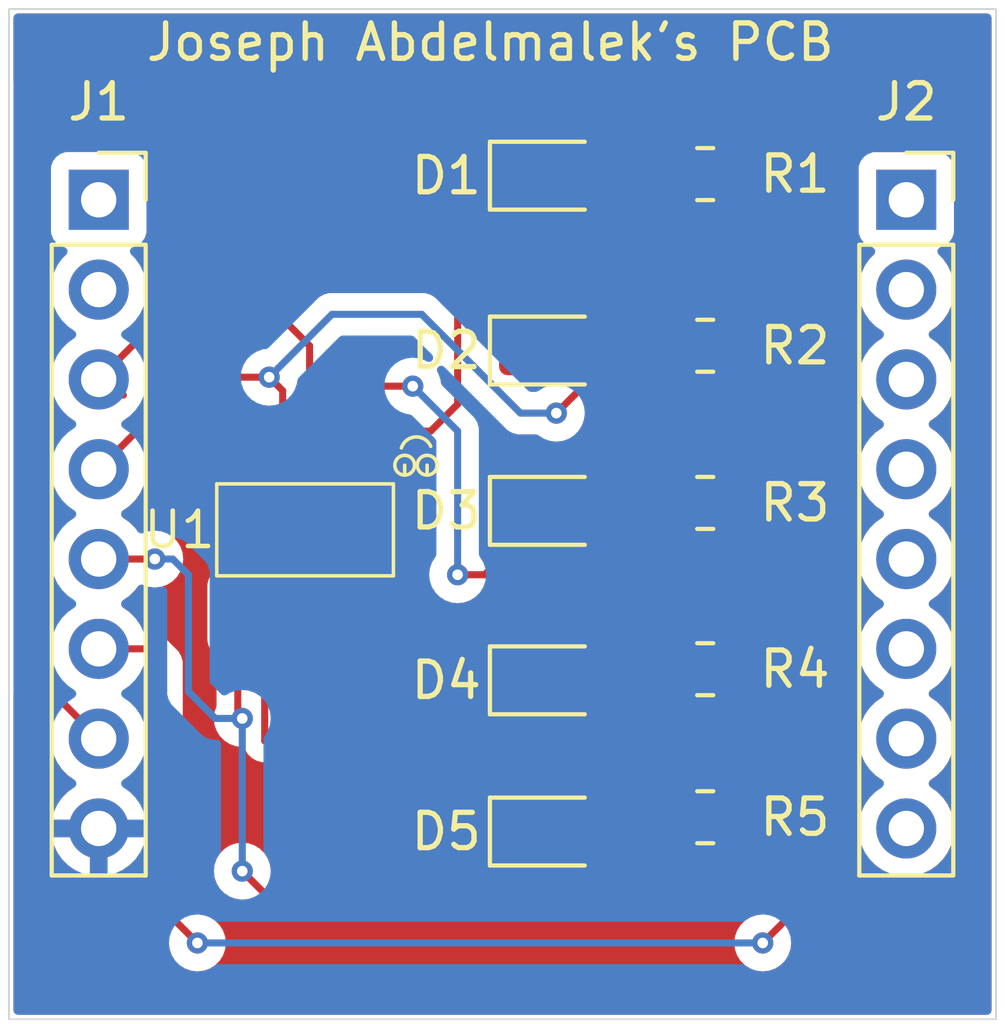
<source format=kicad_pcb>
(kicad_pcb (version 20240108) (generator "pcbnew") (generator_version "8.0")
  (title_block (title "CustomPCB_TempSensor") (rev "v01") (company "Harvey Mudd College") (comment 3 "License: CC BY 8.0") (comment 4 "Author: Joseph Abdelmalek"))
  (layers (0 "F.Cu" signal) (31 "B.Cu" signal) (34 "B.Paste" user) (35 "F.Paste" user) (36 "B.SilkS" user "B.Silkscreen") (37 "F.SilkS" user "F.Silkscreen") (38 "B.Mask" user) (39 "F.Mask" user) (44 "Edge.Cuts" user))
  (net 0 "")
  (net 1 "Net-(D1-K)")
  (net 2 "/+3.3V")
  (net 3 "/SCK")
  (net 4 "Net-(D2-K)")
  (net 5 "Net-(D3-K)")
  (net 6 "/CS")
  (net 7 "Net-(D4-K)")
  (net 8 "/COPI")
  (net 9 "Net-(D5-K)")
  (net 10 "/PICO")
  (net 11 "GND")
  (footprint "LED_SMD:LED_0805_2012Metric" (layer "F.Cu") (at 142.2985 141.195)
    (property "Reference" "D3" (at -2.921 0 0) (layer "F.SilkS"))
    (property "Value" "LED")
    (fp_line (start -1.685 -0.96) (end -1.685 0.96) (stroke (width 0.12)) (layer "F.SilkS"))
    (fp_line (start -1.685 0.96) (end 1 0.96) (stroke (width 0.12)) (layer "F.SilkS"))
    (fp_line (start 1 -0.96) (end -1.685 -0.96) (stroke (width 0.12)) (layer "F.SilkS"))
    (pad "1" smd roundrect (at -0.9375 0) (size 0.975 1.4) (layers "F.Cu" "F.Paste" "F.Mask") (net 5 "Net-(D3-K)"))
    (pad "2" smd roundrect (at 0.9375 0) (size 0.975 1.4) (layers "F.Cu" "F.Paste" "F.Mask") (net 6 "/CS"))
  )
  (footprint "Resistor_SMD:R_0805_2012Metric" (layer "F.Cu") (at 146.7085 131.67)
    (property "Reference" "R1" (at 2.54 0 0) (layer "F.SilkS"))
    (property "Value" "1k")
    (fp_line (start -0.227064 -0.735) (end 0.227064 -0.735) (stroke (width 0.12)) (layer "F.SilkS"))
    (fp_line (start -0.227064 0.735) (end 0.227064 0.735) (stroke (width 0.12)) (layer "F.SilkS"))
    (pad "1" smd roundrect (at -0.9125 0) (size 1.025 1.4) (layers "F.Cu" "F.Paste" "F.Mask") (roundrect_rratio 0.243902) (net 1 "Net-(D1-K)"))
    (pad "2" smd roundrect (at 0.9125 0) (size 1.025 1.4) (layers "F.Cu" "F.Paste" "F.Mask") (roundrect_rratio 0.243902) (net 11 "GND"))
  )
  (footprint "LED_SMD:LED_0805_2012Metric" (layer "F.Cu") (at 142.2985 145.988)
    (property "Reference" "D4" (at -2.921 0 0) (layer "F.SilkS"))
    (property "Value" "LED")
    (fp_line (start -1.685 -0.96) (end -1.685 0.96) (stroke (width 0.12)) (layer "F.SilkS"))
    (fp_line (start -1.685 0.96) (end 1 0.96) (stroke (width 0.12)) (layer "F.SilkS"))
    (fp_line (start 1 -0.96) (end -1.685 -0.96) (stroke (width 0.12)) (layer "F.SilkS"))
    (pad "1" smd roundrect (at -0.9375 0) (size 0.975 1.4) (layers "F.Cu" "F.Paste" "F.Mask") (net 7 "Net-(D4-K)"))
    (pad "2" smd roundrect (at 0.9375 0) (size 0.975 1.4) (layers "F.Cu" "F.Paste" "F.Mask") (net 8 "/COPI"))
  )
  (footprint "Resistor_SMD:R_0805_2012Metric" (layer "F.Cu") (at 146.7085 149.86)
    (property "Reference" "R5" (at 2.54 0 0) (layer "F.SilkS"))
    (property "Value" "1k")
    (fp_line (start -0.227064 -0.735) (end 0.227064 -0.735) (stroke (width 0.12)) (layer "F.SilkS"))
    (fp_line (start -0.227064 0.735) (end 0.227064 0.735) (stroke (width 0.12)) (layer "F.SilkS"))
    (pad "1" smd roundrect (at -0.9125 0) (size 1.025 1.4) (layers "F.Cu" "F.Paste" "F.Mask") (roundrect_rratio 0.243902) (net 9 "Net-(D5-K)"))
    (pad "2" smd roundrect (at 0.9125 0) (size 1.025 1.4) (layers "F.Cu" "F.Paste" "F.Mask") (roundrect_rratio 0.243902) (net 11 "GND"))
  )
  (footprint "Connector_PinSocket_2.54mm:PinSocket_1x08_P2.54mm_Vertical" (layer "F.Cu") (at 129.54 132.3975)
    (property "Reference" "J1" (at 0 -2.77 0) (layer "F.SilkS"))
    (property "Value" "Conn_01x08")
    (fp_line (start -1.33 1.27) (end -1.33 19.11) (stroke (width 0.12)) (layer "F.SilkS"))
    (fp_line (start -1.33 1.27) (end 1.33 1.27) (stroke (width 0.12)) (layer "F.SilkS"))
    (fp_line (start -1.33 19.11) (end 1.33 19.11) (stroke (width 0.12)) (layer "F.SilkS"))
    (fp_line (start 0 -1.33) (end 1.33 -1.33) (stroke (width 0.12)) (layer "F.SilkS"))
    (fp_line (start 1.33 -1.33) (end 1.33 0) (stroke (width 0.12)) (layer "F.SilkS"))
    (fp_line (start 1.33 1.27) (end 1.33 19.11) (stroke (width 0.12)) (layer "F.SilkS"))
    (pad "1" thru_hole rect (at 0 0) (size 1.7 1.7) (drill 1) (layers "*.Cu" "*.Mask"))
    (pad "2" thru_hole oval (at 0 2.54) (size 1.7 1.7) (drill 1) (layers "*.Cu" "*.Mask"))
    (pad "3" thru_hole oval (at 0 5.08) (size 1.7 1.7) (drill 1) (layers "*.Cu" "*.Mask") (net 6 "/CS"))
    (pad "4" thru_hole oval (at 0 7.62) (size 1.7 1.7) (drill 1) (layers "*.Cu" "*.Mask") (net 3 "/SCK"))
    (pad "5" thru_hole oval (at 0 10.16) (size 1.7 1.7) (drill 1) (layers "*.Cu" "*.Mask") (net 10 "/PICO"))
    (pad "6" thru_hole oval (at 0 12.7) (size 1.7 1.7) (drill 1) (layers "*.Cu" "*.Mask") (net 8 "/COPI"))
    (pad "7" thru_hole oval (at 0 15.24) (size 1.7 1.7) (drill 1) (layers "*.Cu" "*.Mask") (net 2 "/+3.3V"))
    (pad "8" thru_hole oval (at 0 17.78) (size 1.7 1.7) (drill 1) (layers "*.Cu" "*.Mask") (net 11 "GND"))
  )
  (footprint "Resistor_SMD:R_0805_2012Metric" (layer "F.Cu") (at 146.7085 136.525)
    (property "Reference" "R2" (at 2.54 0 0) (layer "F.SilkS"))
    (property "Value" "1k")
    (fp_line (start -0.227064 -0.735) (end 0.227064 -0.735) (stroke (width 0.12)) (layer "F.SilkS"))
    (fp_line (start -0.227064 0.735) (end 0.227064 0.735) (stroke (width 0.12)) (layer "F.SilkS"))
    (pad "1" smd roundrect (at -0.9125 0) (size 1.025 1.4) (layers "F.Cu" "F.Paste" "F.Mask") (roundrect_rratio 0.243902) (net 4 "Net-(D2-K)"))
    (pad "2" smd roundrect (at 0.9125 0) (size 1.025 1.4) (layers "F.Cu" "F.Paste" "F.Mask") (roundrect_rratio 0.243902) (net 11 "GND"))
  )
  (footprint "Resistor_SMD:R_0805_2012Metric" (layer "F.Cu") (at 146.7085 145.673)
    (property "Reference" "R4" (at 2.54 0 0) (layer "F.SilkS"))
    (property "Value" "1k")
    (fp_line (start -0.227064 -0.735) (end 0.227064 -0.735) (stroke (width 0.12)) (layer "F.SilkS"))
    (fp_line (start -0.227064 0.735) (end 0.227064 0.735) (stroke (width 0.12)) (layer "F.SilkS"))
    (pad "1" smd roundrect (at -0.9125 0) (size 1.025 1.4) (layers "F.Cu" "F.Paste" "F.Mask") (roundrect_rratio 0.243902) (net 7 "Net-(D4-K)"))
    (pad "2" smd roundrect (at 0.9125 0) (size 1.025 1.4) (layers "F.Cu" "F.Paste" "F.Mask") (roundrect_rratio 0.243902) (net 11 "GND"))
  )
  (footprint "LED_SMD:LED_0805_2012Metric" (layer "F.Cu") (at 142.2985 150.265)
    (property "Reference" "D5" (at -2.921 0 0) (layer "F.SilkS"))
    (property "Value" "LED")
    (fp_line (start -1.685 -0.96) (end -1.685 0.96) (stroke (width 0.12)) (layer "F.SilkS"))
    (fp_line (start -1.685 0.96) (end 1 0.96) (stroke (width 0.12)) (layer "F.SilkS"))
    (fp_line (start 1 -0.96) (end -1.685 -0.96) (stroke (width 0.12)) (layer "F.SilkS"))
    (pad "1" smd roundrect (at -0.9375 0) (size 0.975 1.4) (layers "F.Cu" "F.Paste" "F.Mask") (net 9 "Net-(D5-K)"))
    (pad "2" smd roundrect (at 0.9375 0) (size 0.975 1.4) (layers "F.Cu" "F.Paste" "F.Mask") (net 10 "/PICO"))
  )
  (footprint "Resistor_SMD:R_0805_2012Metric" (layer "F.Cu") (at 146.7085 140.97)
    (property "Reference" "R3" (at 2.54 0 0) (layer "F.SilkS"))
    (property "Value" "1k")
    (fp_line (start -0.227064 -0.735) (end 0.227064 -0.735) (stroke (width 0.12)) (layer "F.SilkS"))
    (fp_line (start -0.227064 0.735) (end 0.227064 0.735) (stroke (width 0.12)) (layer "F.SilkS"))
    (pad "1" smd roundrect (at -0.9125 0) (size 1.025 1.4) (layers "F.Cu" "F.Paste" "F.Mask") (roundrect_rratio 0.243902) (net 5 "Net-(D3-K)"))
    (pad "2" smd roundrect (at 0.9125 0) (size 1.025 1.4) (layers "F.Cu" "F.Paste" "F.Mask") (roundrect_rratio 0.243902) (net 11 "GND"))
  )
  (footprint "LED_SMD:LED_0805_2012Metric" (layer "F.Cu") (at 142.2985 136.66)
    (property "Reference" "D2" (at -2.921 0 0) (layer "F.SilkS"))
    (property "Value" "LED")
    (fp_line (start -1.685 -0.96) (end -1.685 0.96) (stroke (width 0.12)) (layer "F.SilkS"))
    (fp_line (start -1.685 0.96) (end 1 0.96) (stroke (width 0.12)) (layer "F.SilkS"))
    (fp_line (start 1 -0.96) (end -1.685 -0.96) (stroke (width 0.12)) (layer "F.SilkS"))
    (pad "1" smd roundrect (at -0.9375 0) (size 0.975 1.4) (layers "F.Cu" "F.Paste" "F.Mask") (net 4 "Net-(D2-K)"))
    (pad "2" smd roundrect (at 0.9375 0) (size 0.975 1.4) (layers "F.Cu" "F.Paste" "F.Mask") (net 3 "/SCK"))
  )
  (footprint "ds1722:DS1722" (layer "F.Cu") (at 135.382 141.732 180)
    (property "Reference" "U1" (at 3.556 0 0) (layer "F.SilkS") (effects (font (thickness 0.12954))))
    (property "Value" "~")
    (fp_line (start 2.5 -1.3) (end 2.5 1.3) (stroke (width 0.1)) (layer "F.SilkS"))
    (fp_line (start -2.5 1.3) (end 2.5 1.3) (stroke (width 0.1)) (layer "F.SilkS"))
    (fp_line (start -2.5 -1.3) (end 2.5 -1.3) (stroke (width 0.1)) (layer "F.SilkS"))
    (fp_line (start -2.5 -1.3) (end -2.5 1.3) (stroke (width 0.1)) (layer "F.SilkS"))
    (fp_line (start -2.8194 1.8288) (end -2.8194 1.5494) (stroke (width 0.1)) (layer "F.SilkS"))
    (fp_line (start -3.4544 1.8288) (end -3.4544 1.5494) (stroke (width 0.1)) (layer "F.SilkS"))
    (fp_arc (start -2.726201 2.316712) (mid -3.12532 2.627326) (end -3.555999 2.3622) (stroke (width 0.1)) (layer "F.SilkS"))
    (fp_circle (center -2.8194 1.8288) (end -2.8194 1.5494) (stroke (width 0.1)) (fill none) (layer "F.SilkS"))
    (fp_circle (center -3.4544 1.8288) (end -3.4544 1.5494) (stroke (width 0.1)) (fill none) (layer "F.SilkS"))
    (pad "1" smd roundrect (at -1.905 2.34 180) (size 0.72 1.78) (layers "F.Cu" "F.Paste" "F.Mask") (net 2 "/+3.3V"))
    (pad "2" smd roundrect (at -0.635 2.34 180) (size 0.72 1.78) (layers "F.Cu" "F.Paste" "F.Mask") (net 6 "/CS"))
    (pad "3" smd roundrect (at 0.635 2.34 180) (size 0.72 1.78) (layers "F.Cu" "F.Paste" "F.Mask") (net 3 "/SCK"))
    (pad "4" smd roundrect (at 1.905 2.34 180) (size 0.72 1.78) (layers "F.Cu" "F.Paste" "F.Mask") (net 11 "GND"))
    (pad "5" smd roundrect (at 1.905 -2.34 180) (size 0.72 1.78) (layers "F.Cu" "F.Paste" "F.Mask") (net 10 "/PICO"))
    (pad "6" smd roundrect (at 0.635 -2.34 180) (size 0.72 1.78) (layers "F.Cu" "F.Paste" "F.Mask") (net 8 "/COPI"))
    (pad "7" smd roundrect (at -0.635 -2.34 180) (size 0.72 1.78) (layers "F.Cu" "F.Paste" "F.Mask") (net 2 "/+3.3V"))
    (pad "8" smd roundrect (at -1.905 -2.34 180) (size 0.72 1.78) (layers "F.Cu" "F.Paste" "F.Mask") (net 2 "/+3.3V"))
  )
  (footprint "Connector_PinSocket_2.54mm:PinSocket_1x08_P2.54mm_Vertical" (layer "F.Cu") (at 152.4 132.3975)
    (property "Reference" "J2" (at 0 -2.77 0) (layer "F.SilkS"))
    (property "Value" "Conn_01x08")
    (fp_line (start -1.33 1.27) (end -1.33 19.11) (stroke (width 0.12)) (layer "F.SilkS"))
    (fp_line (start -1.33 1.27) (end 1.33 1.27) (stroke (width 0.12)) (layer "F.SilkS"))
    (fp_line (start -1.33 19.11) (end 1.33 19.11) (stroke (width 0.12)) (layer "F.SilkS"))
    (fp_line (start 0 -1.33) (end 1.33 -1.33) (stroke (width 0.12)) (layer "F.SilkS"))
    (fp_line (start 1.33 -1.33) (end 1.33 0) (stroke (width 0.12)) (layer "F.SilkS"))
    (fp_line (start 1.33 1.27) (end 1.33 19.11) (stroke (width 0.12)) (layer "F.SilkS"))
    (pad "1" thru_hole rect (at 0 0) (size 1.7 1.7) (drill 1) (layers "*.Cu" "*.Mask"))
    (pad "2" thru_hole oval (at 0 2.54) (size 1.7 1.7) (drill 1) (layers "*.Cu" "*.Mask"))
    (pad "3" thru_hole oval (at 0 5.08) (size 1.7 1.7) (drill 1) (layers "*.Cu" "*.Mask"))
    (pad "4" thru_hole oval (at 0 7.62) (size 1.7 1.7) (drill 1) (layers "*.Cu" "*.Mask"))
    (pad "5" thru_hole oval (at 0 10.16) (size 1.7 1.7) (drill 1) (layers "*.Cu" "*.Mask"))
    (pad "6" thru_hole oval (at 0 12.7) (size 1.7 1.7) (drill 1) (layers "*.Cu" "*.Mask"))
    (pad "7" thru_hole oval (at 0 15.24) (size 1.7 1.7) (drill 1) (layers "*.Cu" "*.Mask"))
    (pad "8" thru_hole oval (at 0 17.78) (size 1.7 1.7) (drill 1) (layers "*.Cu" "*.Mask"))
  )
  (footprint "LED_SMD:LED_0805_2012Metric" (layer "F.Cu") (at 142.2985 131.715)
    (property "Reference" "D1" (at -2.921 0 0) (layer "F.SilkS"))
    (property "Value" "LED")
    (fp_line (start -1.685 -0.96) (end -1.685 0.96) (stroke (width 0.12)) (layer "F.SilkS"))
    (fp_line (start -1.685 0.96) (end 1 0.96) (stroke (width 0.12)) (layer "F.SilkS"))
    (fp_line (start 1 -0.96) (end -1.685 -0.96) (stroke (width 0.12)) (layer "F.SilkS"))
    (pad "1" smd roundrect (at -0.9375 0) (size 0.975 1.4) (layers "F.Cu" "F.Paste" "F.Mask") (net 1 "Net-(D1-K)"))
    (pad "2" smd roundrect (at 0.9375 0) (size 0.975 1.4) (layers "F.Cu" "F.Paste" "F.Mask") (net 2 "/+3.3V"))
  )
  (gr_rect (start 127 127) (end 154.94 155.575) (stroke (width 0.05)) (fill none) (layer "Edge.Cuts"))
  (gr_text "Joseph Abdelmalek's PCB" (at 130.81 128.524 0) (layer "F.SilkS") (effects (font (size 1 1) (thickness 0.1524)) (justify left bottom)))
  (segment (start 144.428 130.302) (end 145.796 131.67) (width 0.2) (layer "F.Cu") (net 1))
  (segment (start 141.361 131.715) (end 142.774 130.302) (width 0.2) (layer "F.Cu") (net 1))
  (segment (start 142.774 130.302) (end 144.428 130.302) (width 0.2) (layer "F.Cu") (net 1))
  (segment (start 127.254 130.048) (end 128.016 129.286) (width 0.2) (layer "F.Cu") (net 2))
  (segment (start 138.122 144.072) (end 138.176 144.018) (width 0.2) (layer "F.Cu") (net 2))
  (segment (start 138.43 129.794) (end 138.43 132.588) (width 0.2) (layer "F.Cu") (net 2))
  (segment (start 138.43 132.588) (end 139.192 133.35) (width 0.2) (layer "F.Cu") (net 2))
  (segment (start 128.016 129.286) (end 137.922 129.286) (width 0.2) (layer "F.Cu") (net 2))
  (segment (start 137.287 139.392) (end 138.122 139.392) (width 0.2) (layer "F.Cu") (net 2))
  (segment (start 136.017 144.072) (end 137.287 144.072) (width 0.2) (layer "F.Cu") (net 2))
  (segment (start 142.748 133.35) (end 143.236 132.862) (width 0.2) (layer "F.Cu") (net 2))
  (segment (start 137.287 144.072) (end 138.122 144.072) (width 0.2) (layer "F.Cu") (net 2))
  (segment (start 139.7 138.176) (end 138.938 138.938) (width 0.2) (layer "F.Cu") (net 2))
  (segment (start 138.122 139.392) (end 138.176 139.446) (width 0.2) (layer "F.Cu") (net 2))
  (segment (start 127.254 145.3515) (end 127.254 130.048) (width 0.2) (layer "F.Cu") (net 2))
  (segment (start 137.922 129.286) (end 138.43 129.794) (width 0.2) (layer "F.Cu") (net 2))
  (segment (start 138.176 139.446) (end 138.176 144.018) (width 0.2) (layer "F.Cu") (net 2))
  (segment (start 138.938 138.938) (end 138.176 138.938) (width 0.2) (layer "F.Cu") (net 2))
  (segment (start 139.7 133.35) (end 142.748 133.35) (width 0.2) (layer "F.Cu") (net 2))
  (segment (start 143.236 132.862) (end 143.236 131.715) (width 0.2) (layer "F.Cu") (net 2))
  (segment (start 139.192 133.35) (end 139.7 133.35) (width 0.2) (layer "F.Cu") (net 2))
  (segment (start 138.176 138.938) (end 138.176 139.446) (width 0.2) (layer "F.Cu") (net 2))
  (segment (start 139.7 133.35) (end 139.7 138.176) (width 0.2) (layer "F.Cu") (net 2))
  (segment (start 129.54 147.6375) (end 127.254 145.3515) (width 0.2) (layer "F.Cu") (net 2))
  (segment (start 134.747 137.795) (end 134.747 139.392) (width 0.2) (layer "F.Cu") (net 3))
  (segment (start 132.1435 137.414) (end 134.366 137.414) (width 0.2) (layer "F.Cu") (net 3))
  (segment (start 143.236 137.4575) (end 143.236 136.66) (width 0.2) (layer "F.Cu") (net 3))
  (segment (start 143.236 137.688) (end 142.494 138.43) (width 0.2) (layer "F.Cu") (net 3))
  (segment (start 129.54 140.0175) (end 132.1435 137.414) (width 0.2) (layer "F.Cu") (net 3))
  (segment (start 143.236 135.9335) (end 143.236 136.66) (width 0.2) (layer "F.Cu") (net 3))
  (segment (start 134.366 137.414) (end 134.747 137.795) (width 0.2) (layer "F.Cu") (net 3))
  (segment (start 143.236 136.66) (end 143.236 137.688) (width 0.2) (layer "F.Cu") (net 3))
  (via (at 134.366 137.414) (size 0.6) (drill 0.3) (layers "F.Cu" "B.Cu") (net 3))
  (via (at 142.494 138.43) (size 0.6) (drill 0.3) (layers "F.Cu" "B.Cu") (net 3))
  (segment (start 136.144 135.636) (end 134.366 137.414) (width 0.2) (layer "B.Cu") (net 3))
  (segment (start 142.494 138.43) (end 141.478 138.43) (width 0.2) (layer "B.Cu") (net 3))
  (segment (start 141.478 138.43) (end 138.684 135.636) (width 0.2) (layer "B.Cu") (net 3))
  (segment (start 138.684 135.636) (end 136.144 135.636) (width 0.2) (layer "B.Cu") (net 3))
  (segment (start 145.796 136.9295) (end 145.796 136.525) (width 0.2) (layer "F.Cu") (net 4))
  (segment (start 145.796 136.1205) (end 145.796 136.525) (width 0.2) (layer "F.Cu") (net 4))
  (segment (start 141.8825 135.255) (end 144.526 135.255) (width 0.2) (layer "F.Cu") (net 4))
  (segment (start 144.526 135.255) (end 145.796 136.525) (width 0.2) (layer "F.Cu") (net 4))
  (segment (start 141.361 135.7765) (end 141.8825 135.255) (width 0.2) (layer "F.Cu") (net 4))
  (segment (start 141.361 136.66) (end 141.361 135.7765) (width 0.2) (layer "F.Cu") (net 4))
  (segment (start 141.361 140.3485) (end 141.8825 139.827) (width 0.2) (layer "F.Cu") (net 5))
  (segment (start 145.796 140.97) (end 145.796 140.9935) (width 0.2) (layer "F.Cu") (net 5))
  (segment (start 141.8825 139.827) (end 144.653 139.827) (width 0.2) (layer "F.Cu") (net 5))
  (segment (start 141.361 141.195) (end 141.361 140.3485) (width 0.2) (layer "F.Cu") (net 5))
  (segment (start 144.653 139.827) (end 145.796 140.97) (width 0.2) (layer "F.Cu") (net 5))
  (segment (start 143.236 141.195) (end 143.236 142.26) (width 0.2) (layer "F.Cu") (net 6))
  (segment (start 139.7 143.002) (end 140.462 143.002) (width 0.2) (layer "F.Cu") (net 6))
  (segment (start 138.43 137.668) (end 135.509 137.668) (width 0.2) (layer "F.Cu") (net 6))
  (segment (start 129.794 137.414) (end 129.794 137.477232) (width 0.2) (layer "F.Cu") (net 6))
  (segment (start 143.236 142.26) (end 142.748 142.748) (width 0.2) (layer "F.Cu") (net 6))
  (segment (start 136.017 139.392) (end 135.509 139.392) (width 0.2) (layer "F.Cu") (net 6))
  (segment (start 134.62 135.636) (end 135.509 136.525) (width 0.2) (layer "F.Cu") (net 6))
  (segment (start 140.462 143.002) (end 140.716 142.748) (width 0.2) (layer "F.Cu") (net 6))
  (segment (start 131.3815 135.636) (end 134.62 135.636) (width 0.2) (layer "F.Cu") (net 6))
  (segment (start 135.509 136.525) (end 135.509 137.668) (width 0.2) (layer "F.Cu") (net 6))
  (segment (start 142.748 142.748) (end 140.716 142.748) (width 0.2) (layer "F.Cu") (net 6))
  (segment (start 135.509 137.668) (end 135.509 139.392) (width 0.2) (layer "F.Cu") (net 6))
  (segment (start 129.794 137.477232) (end 130.238768 137.922) (width 0.2) (layer "F.Cu") (net 6))
  (segment (start 129.54 137.4775) (end 129.7305 137.4775) (width 0.2) (layer "F.Cu") (net 6))
  (segment (start 129.54 137.4775) (end 131.3815 135.636) (width 0.2) (layer "F.Cu") (net 6))
  (segment (start 129.7305 137.4775) (end 129.794 137.414) (width 0.2) (layer "F.Cu") (net 6))
  (via (at 139.7 143.002) (size 0.6) (drill 0.3) (layers "F.Cu" "B.Cu") (net 6))
  (via (at 138.43 137.668) (size 0.6) (drill 0.3) (layers "F.Cu" "B.Cu") (net 6))
  (segment (start 139.7 143.002) (end 139.7 138.938) (width 0.2) (layer "B.Cu") (net 6))
  (segment (start 139.7 138.938) (end 138.43 137.668) (width 0.2) (layer "B.Cu") (net 6))
  (segment (start 144.776 144.653) (end 145.796 145.673) (width 0.2) (layer "F.Cu") (net 7))
  (segment (start 141.361 145.988) (end 141.361 145.1745) (width 0.2) (layer "F.Cu") (net 7))
  (segment (start 141.8825 144.653) (end 144.776 144.653) (width 0.2) (layer "F.Cu") (net 7))
  (segment (start 141.361 145.1745) (end 141.8825 144.653) (width 0.2) (layer "F.Cu") (net 7))
  (segment (start 141.523 147.701) (end 143.236 145.988) (width 0.2) (layer "F.Cu") (net 8))
  (segment (start 148.336 153.416) (end 150.114 151.638) (width 0.2) (layer "F.Cu") (net 8))
  (segment (start 134.239 147.701) (end 134.239 144.072) (width 0.2) (layer "F.Cu") (net 8))
  (segment (start 150.114 151.638) (end 150.114 148.59) (width 0.2) (layer "F.Cu") (net 8))
  (segment (start 149.606 148.082) (end 147.32 148.082) (width 0.2) (layer "F.Cu") (net 8))
  (segment (start 131.318 145.542) (end 131.318 152.4) (width 0.2) (layer "F.Cu") (net 8))
  (segment (start 147.32 148.082) (end 146.558 147.32) (width 0.2) (layer "F.Cu") (net 8))
  (segment (start 134.239 144.072) (end 134.747 144.072) (width 0.2) (layer "F.Cu") (net 8))
  (segment (start 131.318 152.4) (end 132.334 153.416) (width 0.2) (layer "F.Cu") (net 8))
  (segment (start 146.558 147.32) (end 144.568 147.32) (width 0.2) (layer "F.Cu") (net 8))
  (segment (start 129.54 145.0975) (end 130.8735 145.0975) (width 0.2) (layer "F.Cu") (net 8))
  (segment (start 144.568 147.32) (end 143.236 145.988) (width 0.2) (layer "F.Cu") (net 8))
  (segment (start 150.114 148.59) (end 149.606 148.082) (width 0.2) (layer "F.Cu") (net 8))
  (segment (start 130.8735 145.0975) (end 131.318 145.542) (width 0.2) (layer "F.Cu") (net 8))
  (segment (start 134.239 147.701) (end 141.523 147.701) (width 0.2) (layer "F.Cu") (net 8))
  (via (at 132.334 153.416) (size 0.6) (drill 0.3) (layers "F.Cu" "B.Cu") (net 8))
  (via (at 148.336 153.416) (size 0.6) (drill 0.3) (layers "F.Cu" "B.Cu") (net 8))
  (segment (start 132.334 153.416) (end 148.336 153.416) (width 0.2) (layer "B.Cu") (net 8))
  (segment (start 141.361 150.265) (end 141.361 149.4925) (width 0.2) (layer "F.Cu") (net 9))
  (segment (start 141.361 149.4925) (end 141.8825 148.971) (width 0.2) (layer "F.Cu") (net 9))
  (segment (start 144.907 148.971) (end 145.796 149.86) (width 0.2) (layer "F.Cu") (net 9))
  (segment (start 141.8825 148.971) (end 144.907 148.971) (width 0.2) (layer "F.Cu") (net 9))
  (segment (start 133.604 147.066) (end 133.477 146.939) (width 0.2) (layer "F.Cu") (net 10))
  (segment (start 143.236 151.404) (end 142.748 151.892) (width 0.2) (layer "F.Cu") (net 10))
  (segment (start 142.748 151.892) (end 142.494 152.146) (width 0.2) (layer "F.Cu") (net 10))
  (segment (start 142.494 152.146) (end 134.62 152.146) (width 0.2) (layer "F.Cu") (net 10))
  (segment (start 134.366 152.146) (end 133.604 151.384) (width 0.2) (layer "F.Cu") (net 10))
  (segment (start 134.62 152.146) (end 134.366 152.146) (width 0.2) (layer "F.Cu") (net 10))
  (segment (start 131.1275 142.5575) (end 129.54 142.5575) (width 0.2) (layer "F.Cu") (net 10))
  (segment (start 133.477 146.939) (end 133.477 144.072) (width 0.2) (layer "F.Cu") (net 10))
  (segment (start 143.236 150.265) (end 143.236 151.404) (width 0.2) (layer "F.Cu") (net 10))
  (via (at 133.604 147.066) (size 0.6) (drill 0.3) (layers "F.Cu" "B.Cu") (net 10))
  (via (at 133.604 151.384) (size 0.6) (drill 0.3) (layers "F.Cu" "B.Cu") (net 10))
  (via (at 131.1275 142.5575) (size 0.6) (drill 0.3) (layers "F.Cu" "B.Cu") (net 10))
  (segment (start 132.08 143.002) (end 131.6355 142.5575) (width 0.2) (layer "B.Cu") (net 10))
  (segment (start 132.842 147.066) (end 132.08 146.304) (width 0.2) (layer "B.Cu") (net 10))
  (segment (start 131.6355 142.5575) (end 131.1275 142.5575) (width 0.2) (layer "B.Cu") (net 10))
  (segment (start 132.08 146.304) (end 132.08 143.002) (width 0.2) (layer "B.Cu") (net 10))
  (segment (start 133.604 147.066) (end 133.604 151.384) (width 0.2) (layer "B.Cu") (net 10))
  (segment (start 133.604 147.066) (end 132.842 147.066) (width 0.2) (layer "B.Cu") (net 10))
  (segment (start 147.621 137.1365) (end 147.621 136.525) (width 0.2) (layer "F.Cu") (net 11))
  (zone (net 11) (net_name "GND") (layer "F.Cu") (connect_pads (clearance 0.5)) (min_thickness 0.25) (fill yes (thermal_gap 0.5) (thermal_bridge_width 0.5))
    (polygon (pts (xy 126.746 155.702) (xy 126.746 126.746) (xy 155.194 126.746) (xy 155.194 155.702)))
  )
  (zone (net 11) (net_name "GND") (layer "B.Cu") (priority 1) (connect_pads (clearance 0.5)) (min_thickness 0.25) (fill yes (thermal_gap 0.5) (thermal_bridge_width 0.5))
    (polygon (pts (xy 126.746 126.746) (xy 155.194 126.746) (xy 155.194 155.702) (xy 126.746 155.702)))
  )
)
</source>
